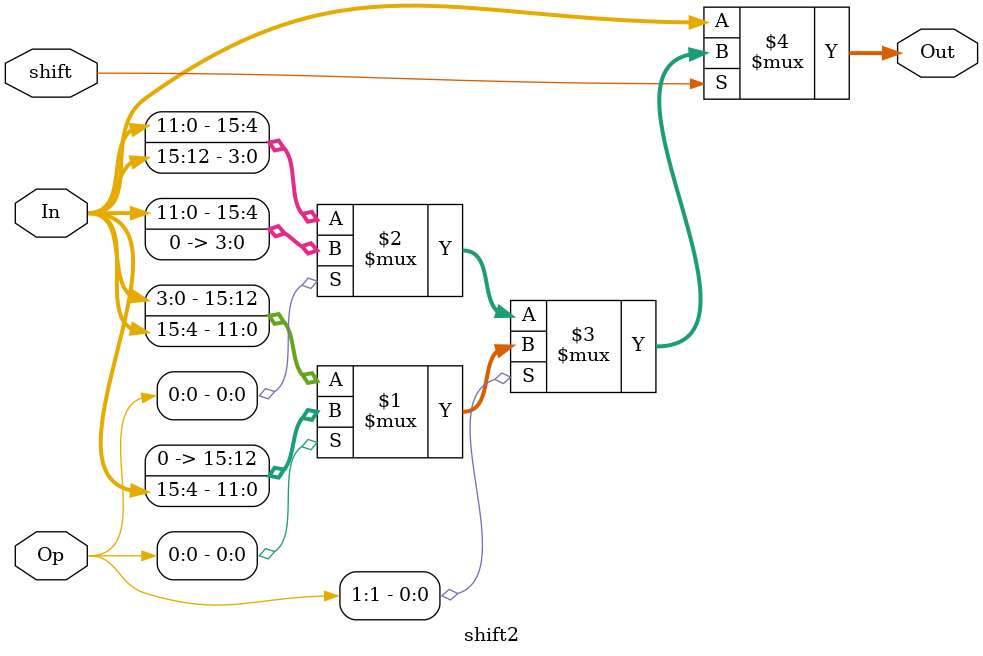
<source format=v>
/*
* zeroth shifting mux, shift only three bits, input connections:
* in, 16 bits number for shiting
* sel, 2 bit selection connected to the opcode for
* 	op[00] Rotate left
* 	op[01] Shift left
* 	op[10] rotate right
* 	op[11] Shift right logical
* shift, determine whether to shift or not
* out, output
*/
module shift2(In, Op, shift, Out);

input [1:0] Op;
input shift;
input [15:0] In;
output[15:0]Out;


assign Out = shift ? Op[1] ? Op[0] ? {4'b0, In[15:4]}: // op[11]
             {In[3:0], In[15:4]} :// op[10]
             Op[0] ? {In[11:0], 4'b0}: // op[01]
             {In[11:0], In[15:12]}: // op[00]
             In; // no shift in this shifter

endmodule
</source>
